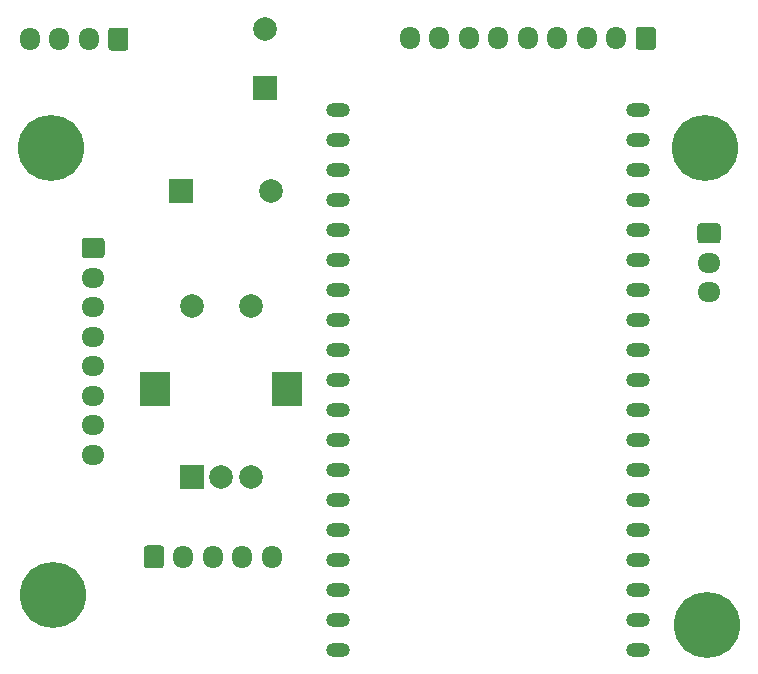
<source format=gbr>
%TF.GenerationSoftware,KiCad,Pcbnew,(5.1.9)-1*%
%TF.CreationDate,2021-02-05T08:09:49+01:00*%
%TF.ProjectId,Spotwelderix-controlboard,53706f74-7765-46c6-9465-7269782d636f,v01*%
%TF.SameCoordinates,Original*%
%TF.FileFunction,Soldermask,Bot*%
%TF.FilePolarity,Negative*%
%FSLAX46Y46*%
G04 Gerber Fmt 4.6, Leading zero omitted, Abs format (unit mm)*
G04 Created by KiCad (PCBNEW (5.1.9)-1) date 2021-02-05 08:09:49*
%MOMM*%
%LPD*%
G01*
G04 APERTURE LIST*
%ADD10R,2.000000X2.000000*%
%ADD11C,2.000000*%
%ADD12R,2.500000X3.000000*%
%ADD13O,2.000000X1.200000*%
%ADD14O,1.950000X1.700000*%
%ADD15O,1.700000X1.950000*%
%ADD16C,5.600000*%
%ADD17C,3.600000*%
G04 APERTURE END LIST*
D10*
%TO.C,ENC1*%
X37950000Y-61600000D03*
D11*
X40450000Y-61600000D03*
X42950000Y-61600000D03*
D12*
X34850000Y-54100000D03*
X46050000Y-54100000D03*
D11*
X37950000Y-47100000D03*
X42950000Y-47100000D03*
%TD*%
D13*
%TO.C,U1*%
X75700000Y-30540000D03*
X50300000Y-30540000D03*
X75700000Y-33080000D03*
X50300000Y-33080000D03*
X75700000Y-35620000D03*
X50300000Y-35620000D03*
X75700000Y-38160000D03*
X50300000Y-38160000D03*
X75700000Y-40700000D03*
X50300000Y-40700000D03*
X75700000Y-43240000D03*
X50300000Y-43240000D03*
X75700000Y-45780000D03*
X50300000Y-45780000D03*
X75700000Y-48320000D03*
X50300000Y-48320000D03*
X75700000Y-50860000D03*
X50300000Y-50860000D03*
X75700000Y-53400000D03*
X50300000Y-53400000D03*
X75700000Y-55940000D03*
X50300000Y-55940000D03*
X75700000Y-58480000D03*
X50300000Y-58480000D03*
X75700000Y-61020000D03*
X50300000Y-61020000D03*
X75700000Y-63560000D03*
X50300000Y-63560000D03*
X75700000Y-66100000D03*
X50300000Y-66100000D03*
X75700000Y-68640000D03*
X50300000Y-68640000D03*
X75700000Y-71180000D03*
X50300000Y-71180000D03*
X75700000Y-73720000D03*
X50300000Y-73720000D03*
X75700000Y-76260000D03*
X50300000Y-76260000D03*
%TD*%
D14*
%TO.C,P1*%
X29600000Y-59700000D03*
X29600000Y-57200000D03*
X29600000Y-54700000D03*
X29600000Y-52200000D03*
X29600000Y-49700000D03*
X29600000Y-47200000D03*
X29600000Y-44700000D03*
G36*
G01*
X28875000Y-41350000D02*
X30325000Y-41350000D01*
G75*
G02*
X30575000Y-41600000I0J-250000D01*
G01*
X30575000Y-42800000D01*
G75*
G02*
X30325000Y-43050000I-250000J0D01*
G01*
X28875000Y-43050000D01*
G75*
G02*
X28625000Y-42800000I0J250000D01*
G01*
X28625000Y-41600000D01*
G75*
G02*
X28875000Y-41350000I250000J0D01*
G01*
G37*
%TD*%
D15*
%TO.C,P2*%
X56400000Y-24450000D03*
X58900000Y-24450000D03*
X61400000Y-24450000D03*
X63900000Y-24450000D03*
X66400000Y-24450000D03*
X68900000Y-24450000D03*
X71400000Y-24450000D03*
X73900000Y-24450000D03*
G36*
G01*
X77250000Y-23725000D02*
X77250000Y-25175000D01*
G75*
G02*
X77000000Y-25425000I-250000J0D01*
G01*
X75800000Y-25425000D01*
G75*
G02*
X75550000Y-25175000I0J250000D01*
G01*
X75550000Y-23725000D01*
G75*
G02*
X75800000Y-23475000I250000J0D01*
G01*
X77000000Y-23475000D01*
G75*
G02*
X77250000Y-23725000I0J-250000D01*
G01*
G37*
%TD*%
%TO.C,J3*%
X24250000Y-24500000D03*
X26750000Y-24500000D03*
X29250000Y-24500000D03*
G36*
G01*
X32600000Y-23775000D02*
X32600000Y-25225000D01*
G75*
G02*
X32350000Y-25475000I-250000J0D01*
G01*
X31150000Y-25475000D01*
G75*
G02*
X30900000Y-25225000I0J250000D01*
G01*
X30900000Y-23775000D01*
G75*
G02*
X31150000Y-23525000I250000J0D01*
G01*
X32350000Y-23525000D01*
G75*
G02*
X32600000Y-23775000I0J-250000D01*
G01*
G37*
%TD*%
%TO.C,J1*%
X44750000Y-68350000D03*
X42250000Y-68350000D03*
X39750000Y-68350000D03*
X37250000Y-68350000D03*
G36*
G01*
X33900000Y-69075000D02*
X33900000Y-67625000D01*
G75*
G02*
X34150000Y-67375000I250000J0D01*
G01*
X35350000Y-67375000D01*
G75*
G02*
X35600000Y-67625000I0J-250000D01*
G01*
X35600000Y-69075000D01*
G75*
G02*
X35350000Y-69325000I-250000J0D01*
G01*
X34150000Y-69325000D01*
G75*
G02*
X33900000Y-69075000I0J250000D01*
G01*
G37*
%TD*%
D14*
%TO.C,J2*%
X81750000Y-45950000D03*
X81750000Y-43450000D03*
G36*
G01*
X81025000Y-40100000D02*
X82475000Y-40100000D01*
G75*
G02*
X82725000Y-40350000I0J-250000D01*
G01*
X82725000Y-41550000D01*
G75*
G02*
X82475000Y-41800000I-250000J0D01*
G01*
X81025000Y-41800000D01*
G75*
G02*
X80775000Y-41550000I0J250000D01*
G01*
X80775000Y-40350000D01*
G75*
G02*
X81025000Y-40100000I250000J0D01*
G01*
G37*
%TD*%
D11*
%TO.C,BZ1*%
X44650000Y-37400000D03*
D10*
X37050000Y-37400000D03*
%TD*%
D11*
%TO.C,C4*%
X44150000Y-23650000D03*
D10*
X44150000Y-28650000D03*
%TD*%
D16*
%TO.C,H3*%
X81550000Y-74100000D03*
D17*
X81550000Y-74100000D03*
%TD*%
D16*
%TO.C,H1*%
X26200000Y-71600000D03*
D17*
X26200000Y-71600000D03*
%TD*%
D16*
%TO.C,H4*%
X26050000Y-33750000D03*
D17*
X26050000Y-33750000D03*
%TD*%
D16*
%TO.C,H2*%
X81450000Y-33750000D03*
D17*
X81450000Y-33750000D03*
%TD*%
M02*

</source>
